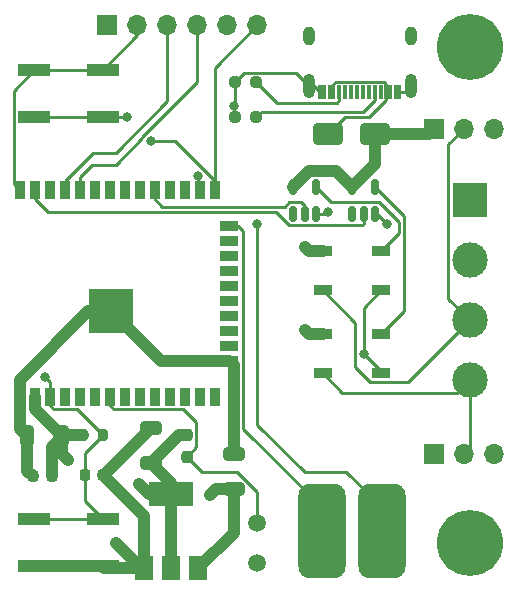
<source format=gtl>
G04 #@! TF.GenerationSoftware,KiCad,Pcbnew,7.0.8-7.0.8~ubuntu22.04.1*
G04 #@! TF.CreationDate,2023-11-04T16:43:40+00:00*
G04 #@! TF.ProjectId,kicad_dual_neopixel_driver,6b696361-645f-4647-9561-6c5f6e656f70,rev?*
G04 #@! TF.SameCoordinates,Original*
G04 #@! TF.FileFunction,Copper,L1,Top*
G04 #@! TF.FilePolarity,Positive*
%FSLAX46Y46*%
G04 Gerber Fmt 4.6, Leading zero omitted, Abs format (unit mm)*
G04 Created by KiCad (PCBNEW 7.0.8-7.0.8~ubuntu22.04.1) date 2023-11-04 16:43:40*
%MOMM*%
%LPD*%
G01*
G04 APERTURE LIST*
G04 Aperture macros list*
%AMRoundRect*
0 Rectangle with rounded corners*
0 $1 Rounding radius*
0 $2 $3 $4 $5 $6 $7 $8 $9 X,Y pos of 4 corners*
0 Add a 4 corners polygon primitive as box body*
4,1,4,$2,$3,$4,$5,$6,$7,$8,$9,$2,$3,0*
0 Add four circle primitives for the rounded corners*
1,1,$1+$1,$2,$3*
1,1,$1+$1,$4,$5*
1,1,$1+$1,$6,$7*
1,1,$1+$1,$8,$9*
0 Add four rect primitives between the rounded corners*
20,1,$1+$1,$2,$3,$4,$5,0*
20,1,$1+$1,$4,$5,$6,$7,0*
20,1,$1+$1,$6,$7,$8,$9,0*
20,1,$1+$1,$8,$9,$2,$3,0*%
G04 Aperture macros list end*
G04 #@! TA.AperFunction,SMDPad,CuDef*
%ADD10RoundRect,0.237500X0.250000X0.237500X-0.250000X0.237500X-0.250000X-0.237500X0.250000X-0.237500X0*%
G04 #@! TD*
G04 #@! TA.AperFunction,SMDPad,CuDef*
%ADD11RoundRect,0.237500X-0.237500X0.250000X-0.237500X-0.250000X0.237500X-0.250000X0.237500X0.250000X0*%
G04 #@! TD*
G04 #@! TA.AperFunction,SMDPad,CuDef*
%ADD12R,1.500000X2.000000*%
G04 #@! TD*
G04 #@! TA.AperFunction,SMDPad,CuDef*
%ADD13R,3.800000X2.000000*%
G04 #@! TD*
G04 #@! TA.AperFunction,ComponentPad*
%ADD14R,1.700000X1.700000*%
G04 #@! TD*
G04 #@! TA.AperFunction,ComponentPad*
%ADD15O,1.700000X1.700000*%
G04 #@! TD*
G04 #@! TA.AperFunction,SMDPad,CuDef*
%ADD16R,0.900000X1.500000*%
G04 #@! TD*
G04 #@! TA.AperFunction,SMDPad,CuDef*
%ADD17R,1.500000X0.900000*%
G04 #@! TD*
G04 #@! TA.AperFunction,SMDPad,CuDef*
%ADD18R,0.900000X0.900000*%
G04 #@! TD*
G04 #@! TA.AperFunction,HeatsinkPad*
%ADD19C,0.600000*%
G04 #@! TD*
G04 #@! TA.AperFunction,SMDPad,CuDef*
%ADD20R,3.800000X3.800000*%
G04 #@! TD*
G04 #@! TA.AperFunction,SMDPad,CuDef*
%ADD21R,2.800000X1.000000*%
G04 #@! TD*
G04 #@! TA.AperFunction,ComponentPad*
%ADD22C,1.500000*%
G04 #@! TD*
G04 #@! TA.AperFunction,SMDPad,CuDef*
%ADD23R,0.300000X1.150000*%
G04 #@! TD*
G04 #@! TA.AperFunction,ComponentPad*
%ADD24O,1.000000X2.100000*%
G04 #@! TD*
G04 #@! TA.AperFunction,ComponentPad*
%ADD25O,1.000000X1.600000*%
G04 #@! TD*
G04 #@! TA.AperFunction,ComponentPad*
%ADD26C,5.600000*%
G04 #@! TD*
G04 #@! TA.AperFunction,SMDPad,CuDef*
%ADD27RoundRect,0.250000X0.650000X-0.325000X0.650000X0.325000X-0.650000X0.325000X-0.650000X-0.325000X0*%
G04 #@! TD*
G04 #@! TA.AperFunction,SMDPad,CuDef*
%ADD28RoundRect,0.225000X-0.225000X-0.250000X0.225000X-0.250000X0.225000X0.250000X-0.225000X0.250000X0*%
G04 #@! TD*
G04 #@! TA.AperFunction,ComponentPad*
%ADD29R,3.000000X3.000000*%
G04 #@! TD*
G04 #@! TA.AperFunction,ComponentPad*
%ADD30C,3.000000*%
G04 #@! TD*
G04 #@! TA.AperFunction,ComponentPad*
%ADD31RoundRect,1.000000X-1.000000X-3.000000X1.000000X-3.000000X1.000000X3.000000X-1.000000X3.000000X0*%
G04 #@! TD*
G04 #@! TA.AperFunction,SMDPad,CuDef*
%ADD32RoundRect,0.250000X1.000000X0.650000X-1.000000X0.650000X-1.000000X-0.650000X1.000000X-0.650000X0*%
G04 #@! TD*
G04 #@! TA.AperFunction,SMDPad,CuDef*
%ADD33RoundRect,0.200000X0.200000X0.275000X-0.200000X0.275000X-0.200000X-0.275000X0.200000X-0.275000X0*%
G04 #@! TD*
G04 #@! TA.AperFunction,SMDPad,CuDef*
%ADD34RoundRect,0.150000X0.150000X-0.512500X0.150000X0.512500X-0.150000X0.512500X-0.150000X-0.512500X0*%
G04 #@! TD*
G04 #@! TA.AperFunction,SMDPad,CuDef*
%ADD35RoundRect,0.225000X0.225000X0.250000X-0.225000X0.250000X-0.225000X-0.250000X0.225000X-0.250000X0*%
G04 #@! TD*
G04 #@! TA.AperFunction,SMDPad,CuDef*
%ADD36RoundRect,0.250000X0.325000X0.650000X-0.325000X0.650000X-0.325000X-0.650000X0.325000X-0.650000X0*%
G04 #@! TD*
G04 #@! TA.AperFunction,ViaPad*
%ADD37C,0.800000*%
G04 #@! TD*
G04 #@! TA.AperFunction,Conductor*
%ADD38C,1.000000*%
G04 #@! TD*
G04 #@! TA.AperFunction,Conductor*
%ADD39C,0.250000*%
G04 #@! TD*
G04 APERTURE END LIST*
D10*
G04 #@! TO.P,R1,1*
G04 #@! TO.N,Net-(J5-CC2)*
X156912500Y-97000000D03*
G04 #@! TO.P,R1,2*
G04 #@! TO.N,GND*
X155087500Y-97000000D03*
G04 #@! TD*
D11*
G04 #@! TO.P,R3,1*
G04 #@! TO.N,+3V3*
X151000000Y-126887500D03*
G04 #@! TO.P,R3,2*
G04 #@! TO.N,LIGHT*
X151000000Y-128712500D03*
G04 #@! TD*
D12*
G04 #@! TO.P,U1,1,GND*
G04 #@! TO.N,GND*
X147400000Y-138150000D03*
G04 #@! TO.P,U1,2,VO*
G04 #@! TO.N,+3V3*
X149700000Y-138150000D03*
D13*
X149700000Y-131850000D03*
D12*
G04 #@! TO.P,U1,3,VI*
G04 #@! TO.N,+5V*
X152000000Y-138150000D03*
G04 #@! TD*
D14*
G04 #@! TO.P,J4,1,Pin_1*
G04 #@! TO.N,+5V*
X171920000Y-128524000D03*
D15*
G04 #@! TO.P,J4,2,Pin_2*
G04 #@! TO.N,Net-(D3-DOUT)*
X174460000Y-128524000D03*
G04 #@! TO.P,J4,3,Pin_3*
G04 #@! TO.N,GND*
X177000000Y-128524000D03*
G04 #@! TD*
D16*
G04 #@! TO.P,U4,1,GND*
G04 #@! TO.N,GND*
X136880000Y-123650000D03*
G04 #@! TO.P,U4,2,VDD*
G04 #@! TO.N,+3V3*
X138150000Y-123650000D03*
G04 #@! TO.P,U4,3,EN*
G04 #@! TO.N,RESET*
X139420000Y-123650000D03*
G04 #@! TO.P,U4,4,SENSOR_VP*
G04 #@! TO.N,unconnected-(U4-SENSOR_VP-Pad4)*
X140690000Y-123650000D03*
G04 #@! TO.P,U4,5,SENSOR_VN*
G04 #@! TO.N,unconnected-(U4-SENSOR_VN-Pad5)*
X141960000Y-123650000D03*
G04 #@! TO.P,U4,6,IO34*
G04 #@! TO.N,unconnected-(U4-IO34-Pad6)*
X143230000Y-123650000D03*
G04 #@! TO.P,U4,7,IO35*
G04 #@! TO.N,LIGHT*
X144500000Y-123650000D03*
G04 #@! TO.P,U4,8,IO32*
G04 #@! TO.N,unconnected-(U4-IO32-Pad8)*
X145770000Y-123650000D03*
G04 #@! TO.P,U4,9,IO33*
G04 #@! TO.N,unconnected-(U4-IO33-Pad9)*
X147040000Y-123650000D03*
G04 #@! TO.P,U4,10,IO25*
G04 #@! TO.N,unconnected-(U4-IO25-Pad10)*
X148310000Y-123650000D03*
G04 #@! TO.P,U4,11,IO26*
G04 #@! TO.N,unconnected-(U4-IO26-Pad11)*
X149580000Y-123650000D03*
G04 #@! TO.P,U4,12,IO27*
G04 #@! TO.N,unconnected-(U4-IO27-Pad12)*
X150850000Y-123650000D03*
G04 #@! TO.P,U4,13,IO14*
G04 #@! TO.N,unconnected-(U4-IO14-Pad13)*
X152120000Y-123650000D03*
G04 #@! TO.P,U4,14,IO12*
G04 #@! TO.N,unconnected-(U4-IO12-Pad14)*
X153390000Y-123650000D03*
D17*
G04 #@! TO.P,U4,15,GND*
G04 #@! TO.N,GND*
X154640000Y-120610000D03*
G04 #@! TO.P,U4,16,IO13*
G04 #@! TO.N,unconnected-(U4-IO13-Pad16)*
X154640000Y-119340000D03*
G04 #@! TO.P,U4,17,SHD/SD2*
G04 #@! TO.N,unconnected-(U4-SHD{slash}SD2-Pad17)*
X154640000Y-118070000D03*
G04 #@! TO.P,U4,18,SWP/SD3*
G04 #@! TO.N,unconnected-(U4-SWP{slash}SD3-Pad18)*
X154640000Y-116800000D03*
G04 #@! TO.P,U4,19,SCS/CMD*
G04 #@! TO.N,unconnected-(U4-SCS{slash}CMD-Pad19)*
X154640000Y-115530000D03*
G04 #@! TO.P,U4,20,SCK/CLK*
G04 #@! TO.N,unconnected-(U4-SCK{slash}CLK-Pad20)*
X154640000Y-114260000D03*
G04 #@! TO.P,U4,21,SDO/SD0*
G04 #@! TO.N,unconnected-(U4-SDO{slash}SD0-Pad21)*
X154640000Y-112990000D03*
G04 #@! TO.P,U4,22,SDI/SD1*
G04 #@! TO.N,unconnected-(U4-SDI{slash}SD1-Pad22)*
X154640000Y-111720000D03*
G04 #@! TO.P,U4,23,IO15*
G04 #@! TO.N,unconnected-(U4-IO15-Pad23)*
X154640000Y-110450000D03*
G04 #@! TO.P,U4,24,IO2*
G04 #@! TO.N,TOUCH1*
X154640000Y-109180000D03*
D16*
G04 #@! TO.P,U4,25,IO0*
G04 #@! TO.N,BOOT*
X153390000Y-106150000D03*
G04 #@! TO.P,U4,26,IO4*
G04 #@! TO.N,TOUCH2*
X152120000Y-106150000D03*
G04 #@! TO.P,U4,27,IO16*
G04 #@! TO.N,unconnected-(U4-IO16-Pad27)*
X150850000Y-106150000D03*
G04 #@! TO.P,U4,28,IO17*
G04 #@! TO.N,unconnected-(U4-IO17-Pad28)*
X149580000Y-106150000D03*
G04 #@! TO.P,U4,29,IO5*
G04 #@! TO.N,NPX1*
X148310000Y-106150000D03*
G04 #@! TO.P,U4,30,IO18*
G04 #@! TO.N,unconnected-(U4-IO18-Pad30)*
X147040000Y-106150000D03*
G04 #@! TO.P,U4,31,IO19*
G04 #@! TO.N,unconnected-(U4-IO19-Pad31)*
X145770000Y-106150000D03*
G04 #@! TO.P,U4,32,NC*
G04 #@! TO.N,unconnected-(U4-NC-Pad32)*
X144500000Y-106150000D03*
G04 #@! TO.P,U4,33,IO21*
G04 #@! TO.N,unconnected-(U4-IO21-Pad33)*
X143230000Y-106150000D03*
G04 #@! TO.P,U4,34,RXD0/IO3*
G04 #@! TO.N,RXDI_PROG*
X141960000Y-106150000D03*
G04 #@! TO.P,U4,35,TXD0/IO1*
G04 #@! TO.N,TXDO_PROG*
X140690000Y-106150000D03*
G04 #@! TO.P,U4,36,IO22*
G04 #@! TO.N,unconnected-(U4-IO22-Pad36)*
X139420000Y-106150000D03*
G04 #@! TO.P,U4,37,IO23*
G04 #@! TO.N,NPX2*
X138150000Y-106150000D03*
G04 #@! TO.P,U4,38,GND*
G04 #@! TO.N,GND*
X136880000Y-106150000D03*
D18*
G04 #@! TO.P,U4,39,GND*
X143200000Y-117800000D03*
D19*
X143900000Y-117800000D03*
D18*
X144600000Y-117800000D03*
D19*
X145300000Y-117800000D03*
D18*
X146000000Y-117800000D03*
D19*
X143200000Y-117100000D03*
X144600000Y-117100000D03*
X146000000Y-117100000D03*
X143900000Y-116425000D03*
X145300000Y-116425000D03*
D18*
X143200000Y-116400000D03*
X144600000Y-116400000D03*
D20*
X144600000Y-116400000D03*
D18*
X146000000Y-116400000D03*
D19*
X143200000Y-115700000D03*
X144600000Y-115700000D03*
X146000000Y-115700000D03*
D18*
X143200000Y-115000000D03*
D19*
X143900000Y-115000000D03*
D18*
X144600000Y-115000000D03*
D19*
X145300000Y-115000000D03*
D18*
X146000000Y-115000000D03*
G04 #@! TD*
D10*
G04 #@! TO.P,R2,1*
G04 #@! TO.N,Net-(J5-CC1)*
X156912500Y-100000000D03*
G04 #@! TO.P,R2,2*
G04 #@! TO.N,GND*
X155087500Y-100000000D03*
G04 #@! TD*
D21*
G04 #@! TO.P,SW2,1,1*
G04 #@! TO.N,GND*
X138100000Y-96000000D03*
X143900000Y-96000000D03*
G04 #@! TO.P,SW2,2,2*
G04 #@! TO.N,BOOT*
X138100000Y-100000000D03*
X143900000Y-100000000D03*
G04 #@! TD*
D22*
G04 #@! TO.P,R4,1*
G04 #@! TO.N,LIGHT*
X157000000Y-134300000D03*
G04 #@! TO.P,R4,2*
G04 #@! TO.N,GND*
X157000000Y-137700000D03*
G04 #@! TD*
D14*
G04 #@! TO.P,J6,1,Pin_1*
G04 #@! TO.N,+3V3*
X144300000Y-92200000D03*
D15*
G04 #@! TO.P,J6,2,Pin_2*
G04 #@! TO.N,GND*
X146840000Y-92200000D03*
G04 #@! TO.P,J6,3,Pin_3*
G04 #@! TO.N,TXDO_PROG*
X149380000Y-92200000D03*
G04 #@! TO.P,J6,4,Pin_4*
G04 #@! TO.N,RXDI_PROG*
X151920000Y-92200000D03*
G04 #@! TO.P,J6,5,Pin_5*
G04 #@! TO.N,RESET*
X154460000Y-92200000D03*
G04 #@! TO.P,J6,6,Pin_6*
G04 #@! TO.N,BOOT*
X157000000Y-92200000D03*
G04 #@! TD*
D23*
G04 #@! TO.P,J5,A1,GND*
G04 #@! TO.N,GND*
X169030000Y-97870000D03*
G04 #@! TO.P,J5,A4,VBUS*
G04 #@! TO.N,Net-(D2-A)*
X168230000Y-97870000D03*
G04 #@! TO.P,J5,A5,CC1*
G04 #@! TO.N,Net-(J5-CC1)*
X166930000Y-97870000D03*
G04 #@! TO.P,J5,A6,D+*
G04 #@! TO.N,unconnected-(J5-D+-PadA6)*
X165930000Y-97870000D03*
G04 #@! TO.P,J5,A7,D-*
G04 #@! TO.N,unconnected-(J5-D--PadA7)*
X165430000Y-97870000D03*
G04 #@! TO.P,J5,A8,SBU1*
G04 #@! TO.N,unconnected-(J5-SBU1-PadA8)*
X164430000Y-97870000D03*
G04 #@! TO.P,J5,A9,VBUS*
G04 #@! TO.N,Net-(D2-A)*
X163130000Y-97870000D03*
G04 #@! TO.P,J5,A12,GND*
G04 #@! TO.N,GND*
X162330000Y-97870000D03*
G04 #@! TO.P,J5,B1,GND*
X162630000Y-97870000D03*
G04 #@! TO.P,J5,B4,VBUS*
G04 #@! TO.N,Net-(D2-A)*
X163430000Y-97870000D03*
G04 #@! TO.P,J5,B5,CC2*
G04 #@! TO.N,Net-(J5-CC2)*
X163930000Y-97870000D03*
G04 #@! TO.P,J5,B6,D+*
G04 #@! TO.N,unconnected-(J5-D+-PadB6)*
X164930000Y-97870000D03*
G04 #@! TO.P,J5,B7,D-*
G04 #@! TO.N,unconnected-(J5-D--PadB7)*
X166430000Y-97870000D03*
G04 #@! TO.P,J5,B8,SBU2*
G04 #@! TO.N,unconnected-(J5-SBU2-PadB8)*
X167430000Y-97870000D03*
G04 #@! TO.P,J5,B9,VBUS*
G04 #@! TO.N,Net-(D2-A)*
X167930000Y-97870000D03*
G04 #@! TO.P,J5,B12,GND*
G04 #@! TO.N,GND*
X168730000Y-97870000D03*
D24*
G04 #@! TO.P,J5,S1,SHIELD*
X170000000Y-97305000D03*
D25*
X170000000Y-93125000D03*
D24*
X161360000Y-97305000D03*
D25*
X161360000Y-93125000D03*
G04 #@! TD*
D26*
G04 #@! TO.P,REF\u002A\u002A,1*
G04 #@! TO.N,N/C*
X175000000Y-94000000D03*
G04 #@! TD*
D27*
G04 #@! TO.P,C1,1*
G04 #@! TO.N,+5V*
X155000000Y-131475000D03*
G04 #@! TO.P,C1,2*
G04 #@! TO.N,GND*
X155000000Y-128525000D03*
G04 #@! TD*
D28*
G04 #@! TO.P,C5,1*
G04 #@! TO.N,RESET*
X142400000Y-130300000D03*
G04 #@! TO.P,C5,2*
G04 #@! TO.N,GND*
X143950000Y-130300000D03*
G04 #@! TD*
D26*
G04 #@! TO.P,REF\u002A\u002A,1*
G04 #@! TO.N,N/C*
X175000000Y-136000000D03*
G04 #@! TD*
D29*
G04 #@! TO.P,J3,1,Pin_1*
G04 #@! TO.N,+5V*
X175000000Y-107000000D03*
D30*
G04 #@! TO.P,J3,2,Pin_2*
G04 #@! TO.N,GND*
X175000000Y-112080000D03*
G04 #@! TO.P,J3,3,Pin_3*
G04 #@! TO.N,Net-(D1-DOUT)*
X175000000Y-117160000D03*
G04 #@! TO.P,J3,4,Pin_4*
G04 #@! TO.N,Net-(D3-DOUT)*
X175000000Y-122240000D03*
G04 #@! TD*
D31*
G04 #@! TO.P,J1,1,Pin_1*
G04 #@! TO.N,TOUCH1*
X162460000Y-135000000D03*
G04 #@! TO.P,J1,2,Pin_2*
G04 #@! TO.N,TOUCH2*
X167540000Y-135000000D03*
G04 #@! TD*
D32*
G04 #@! TO.P,D2,1,K*
G04 #@! TO.N,+5V*
X167000000Y-101400000D03*
G04 #@! TO.P,D2,2,A*
G04 #@! TO.N,Net-(D2-A)*
X163000000Y-101400000D03*
G04 #@! TD*
D17*
G04 #@! TO.P,D1,1,VDD*
G04 #@! TO.N,+5V*
X162550000Y-111350000D03*
G04 #@! TO.P,D1,2,DOUT*
G04 #@! TO.N,Net-(D1-DOUT)*
X162550000Y-114650000D03*
G04 #@! TO.P,D1,3,VSS*
G04 #@! TO.N,GND*
X167450000Y-114650000D03*
G04 #@! TO.P,D1,4,DIN*
G04 #@! TO.N,Net-(D1-DIN)*
X167450000Y-111350000D03*
G04 #@! TD*
D14*
G04 #@! TO.P,J2,1,Pin_1*
G04 #@! TO.N,+5V*
X171920000Y-101000000D03*
D15*
G04 #@! TO.P,J2,2,Pin_2*
G04 #@! TO.N,Net-(D1-DOUT)*
X174460000Y-101000000D03*
G04 #@! TO.P,J2,3,Pin_3*
G04 #@! TO.N,GND*
X177000000Y-101000000D03*
G04 #@! TD*
D33*
G04 #@! TO.P,R5,1*
G04 #@! TO.N,RESET*
X143900000Y-126900000D03*
G04 #@! TO.P,R5,2*
G04 #@! TO.N,+3V3*
X142250000Y-126900000D03*
G04 #@! TD*
D34*
G04 #@! TO.P,U3,1,NC*
G04 #@! TO.N,unconnected-(U3-NC-Pad1)*
X165050000Y-108137500D03*
G04 #@! TO.P,U3,2,A*
G04 #@! TO.N,NPX2*
X166000000Y-108137500D03*
G04 #@! TO.P,U3,3,GND*
G04 #@! TO.N,GND*
X166950000Y-108137500D03*
G04 #@! TO.P,U3,4,Y*
G04 #@! TO.N,Net-(D3-DIN)*
X166950000Y-105862500D03*
G04 #@! TO.P,U3,5,VCC*
G04 #@! TO.N,+5V*
X165050000Y-105862500D03*
G04 #@! TD*
D27*
G04 #@! TO.P,C2,1*
G04 #@! TO.N,+3V3*
X148000000Y-129275000D03*
G04 #@! TO.P,C2,2*
G04 #@! TO.N,GND*
X148000000Y-126325000D03*
G04 #@! TD*
D34*
G04 #@! TO.P,U2,1,NC*
G04 #@! TO.N,unconnected-(U2-NC-Pad1)*
X160050000Y-108137500D03*
G04 #@! TO.P,U2,2,A*
G04 #@! TO.N,NPX1*
X161000000Y-108137500D03*
G04 #@! TO.P,U2,3,GND*
G04 #@! TO.N,GND*
X161950000Y-108137500D03*
G04 #@! TO.P,U2,4,Y*
G04 #@! TO.N,Net-(D1-DIN)*
X161950000Y-105862500D03*
G04 #@! TO.P,U2,5,VCC*
G04 #@! TO.N,+5V*
X160050000Y-105862500D03*
G04 #@! TD*
D17*
G04 #@! TO.P,D3,1,VDD*
G04 #@! TO.N,+5V*
X162550000Y-118350000D03*
G04 #@! TO.P,D3,2,DOUT*
G04 #@! TO.N,Net-(D3-DOUT)*
X162550000Y-121650000D03*
G04 #@! TO.P,D3,3,VSS*
G04 #@! TO.N,GND*
X167450000Y-121650000D03*
G04 #@! TO.P,D3,4,DIN*
G04 #@! TO.N,Net-(D3-DIN)*
X167450000Y-118350000D03*
G04 #@! TD*
D35*
G04 #@! TO.P,C4,1*
G04 #@! TO.N,+3V3*
X139575000Y-130400000D03*
G04 #@! TO.P,C4,2*
G04 #@! TO.N,GND*
X138025000Y-130400000D03*
G04 #@! TD*
D21*
G04 #@! TO.P,SW1,1,1*
G04 #@! TO.N,GND*
X143900000Y-138000000D03*
X138100000Y-138000000D03*
G04 #@! TO.P,SW1,2,2*
G04 #@! TO.N,RESET*
X143900000Y-134000000D03*
X138100000Y-134000000D03*
G04 #@! TD*
D36*
G04 #@! TO.P,C3,1*
G04 #@! TO.N,+3V3*
X140475000Y-127000000D03*
G04 #@! TO.P,C3,2*
G04 #@! TO.N,GND*
X137525000Y-127000000D03*
G04 #@! TD*
D37*
G04 #@! TO.N,+5V*
X161000000Y-111000000D03*
X153000000Y-132000000D03*
X161000000Y-118000000D03*
G04 #@! TO.N,GND*
X145000000Y-136000000D03*
X168000000Y-109000000D03*
X163000000Y-108000000D03*
X155000000Y-99000000D03*
X166000000Y-120000000D03*
G04 #@! TO.N,+3V3*
X147000000Y-131000000D03*
X141000000Y-129000000D03*
G04 #@! TO.N,RESET*
X139000000Y-122000000D03*
G04 #@! TO.N,TOUCH2*
X157000000Y-109000000D03*
X152000000Y-105000000D03*
G04 #@! TO.N,BOOT*
X147987347Y-101987347D03*
X146000000Y-100000000D03*
G04 #@! TD*
D38*
G04 #@! TO.N,+5V*
X161412500Y-104500000D02*
X160050000Y-105862500D01*
X167000000Y-101400000D02*
X167000000Y-103912500D01*
X167000000Y-103912500D02*
X165050000Y-105862500D01*
X155000000Y-131475000D02*
X153525000Y-131475000D01*
X161350000Y-111350000D02*
X161000000Y-111000000D01*
X167000000Y-101400000D02*
X171520000Y-101400000D01*
X155000000Y-135150000D02*
X152000000Y-138150000D01*
X153525000Y-131475000D02*
X153000000Y-132000000D01*
X161350000Y-118350000D02*
X161000000Y-118000000D01*
X165050000Y-105862500D02*
X163687500Y-104500000D01*
X155000000Y-131475000D02*
X155000000Y-135150000D01*
X162550000Y-118350000D02*
X161350000Y-118350000D01*
X163687500Y-104500000D02*
X161412500Y-104500000D01*
X171520000Y-101400000D02*
X171920000Y-101000000D01*
X162550000Y-111350000D02*
X161350000Y-111350000D01*
D39*
G04 #@! TO.N,GND*
X162862500Y-108137500D02*
X163000000Y-108000000D01*
D38*
X136880000Y-126355000D02*
X137525000Y-127000000D01*
X144050000Y-138150000D02*
X143900000Y-138000000D01*
X136880000Y-123650000D02*
X136880000Y-126355000D01*
D39*
X146840000Y-93060000D02*
X146840000Y-92200000D01*
X161360000Y-97305000D02*
X160255000Y-96200000D01*
D38*
X155000000Y-128525000D02*
X155000000Y-120970000D01*
X147400000Y-133750000D02*
X143950000Y-130300000D01*
D39*
X167450000Y-114650000D02*
X166000000Y-116100000D01*
X166000000Y-116100000D02*
X166000000Y-120000000D01*
X161360000Y-97305000D02*
X161765000Y-97305000D01*
X166950000Y-108137500D02*
X167137500Y-108137500D01*
D38*
X143900000Y-138000000D02*
X138100000Y-138000000D01*
D39*
X155000000Y-99000000D02*
X155000000Y-99912500D01*
X143900000Y-96000000D02*
X146840000Y-93060000D01*
D38*
X144600000Y-116400000D02*
X142700000Y-116400000D01*
X147150000Y-138150000D02*
X145000000Y-136000000D01*
D39*
X138100000Y-96000000D02*
X143900000Y-96000000D01*
X168730000Y-97870000D02*
X169030000Y-97870000D01*
D38*
X144025000Y-130300000D02*
X148000000Y-126325000D01*
X142700000Y-116400000D02*
X136880000Y-122220000D01*
D39*
X167137500Y-108137500D02*
X168000000Y-109000000D01*
X155000000Y-99912500D02*
X155087500Y-100000000D01*
X155087500Y-98912500D02*
X155000000Y-99000000D01*
D38*
X154640000Y-120610000D02*
X148810000Y-120610000D01*
D39*
X136375000Y-105645000D02*
X136880000Y-106150000D01*
D38*
X148810000Y-120610000D02*
X144600000Y-116400000D01*
X147400000Y-138150000D02*
X147400000Y-133750000D01*
X147400000Y-138150000D02*
X144050000Y-138150000D01*
X147400000Y-138150000D02*
X147150000Y-138150000D01*
D39*
X155887500Y-96200000D02*
X155087500Y-97000000D01*
X155087500Y-97000000D02*
X155087500Y-98912500D01*
X167450000Y-121450000D02*
X166000000Y-120000000D01*
D38*
X137525000Y-129900000D02*
X138025000Y-130400000D01*
X143950000Y-130300000D02*
X144025000Y-130300000D01*
D39*
X160255000Y-96200000D02*
X155887500Y-96200000D01*
X161950000Y-108137500D02*
X162862500Y-108137500D01*
X136375000Y-97725000D02*
X136375000Y-105645000D01*
X167450000Y-121650000D02*
X167450000Y-121450000D01*
X169435000Y-97870000D02*
X170000000Y-97305000D01*
X138100000Y-96000000D02*
X136375000Y-97725000D01*
X161765000Y-97305000D02*
X162330000Y-97870000D01*
X162630000Y-97870000D02*
X162330000Y-97870000D01*
D38*
X155000000Y-120970000D02*
X154640000Y-120610000D01*
X136880000Y-122220000D02*
X136880000Y-123650000D01*
X137525000Y-127000000D02*
X137525000Y-129900000D01*
D39*
X169030000Y-97870000D02*
X169435000Y-97870000D01*
D38*
G04 #@! TO.N,+3V3*
X149700000Y-130975000D02*
X148000000Y-129275000D01*
X139575000Y-127900000D02*
X140475000Y-127000000D01*
X138150000Y-124675000D02*
X138150000Y-123650000D01*
X140575000Y-126900000D02*
X140475000Y-127000000D01*
X140475000Y-128475000D02*
X141000000Y-129000000D01*
X150387500Y-126887500D02*
X148000000Y-129275000D01*
X140475000Y-127000000D02*
X140475000Y-128475000D01*
X147850000Y-131850000D02*
X147000000Y-131000000D01*
X149700000Y-131850000D02*
X149700000Y-138150000D01*
X139575000Y-130400000D02*
X139575000Y-127900000D01*
X149700000Y-131850000D02*
X149700000Y-130975000D01*
X140475000Y-127000000D02*
X138150000Y-124675000D01*
X142250000Y-126900000D02*
X140575000Y-126900000D01*
X149700000Y-131850000D02*
X147850000Y-131850000D01*
X151000000Y-126887500D02*
X150387500Y-126887500D01*
D39*
G04 #@! TO.N,RESET*
X139420000Y-122420000D02*
X139000000Y-122000000D01*
X142400000Y-132500000D02*
X142400000Y-130300000D01*
X142400000Y-128400000D02*
X143900000Y-126900000D01*
X138100000Y-134000000D02*
X143900000Y-134000000D01*
X139420000Y-124400000D02*
X139420000Y-123650000D01*
X139420000Y-123650000D02*
X139420000Y-122420000D01*
X143900000Y-134000000D02*
X142400000Y-132500000D01*
X142400000Y-130300000D02*
X142400000Y-128400000D01*
X141725000Y-124725000D02*
X139745000Y-124725000D01*
X139745000Y-124725000D02*
X139420000Y-124400000D01*
X143900000Y-126900000D02*
X141725000Y-124725000D01*
G04 #@! TO.N,Net-(D1-DOUT)*
X165275000Y-121134620D02*
X166565380Y-122425000D01*
X169735000Y-122425000D02*
X175000000Y-117160000D01*
X162550000Y-114650000D02*
X165275000Y-117375000D01*
X166565380Y-122425000D02*
X169735000Y-122425000D01*
X165275000Y-117375000D02*
X165275000Y-121134620D01*
X173175000Y-115335000D02*
X173175000Y-102285000D01*
X173175000Y-102285000D02*
X174460000Y-101000000D01*
X175000000Y-117160000D02*
X173175000Y-115335000D01*
G04 #@! TO.N,NPX1*
X159703248Y-107150000D02*
X160675000Y-107150000D01*
X148310000Y-106150000D02*
X148310000Y-106900000D01*
X159303248Y-107550000D02*
X159703248Y-107150000D01*
X148960000Y-107550000D02*
X159303248Y-107550000D01*
X161000000Y-107475000D02*
X161000000Y-108137500D01*
X148310000Y-106900000D02*
X148960000Y-107550000D01*
X160675000Y-107150000D02*
X161000000Y-107475000D01*
G04 #@! TO.N,Net-(D2-A)*
X167930000Y-97870000D02*
X167930000Y-97154949D01*
X166484620Y-100000000D02*
X164400000Y-100000000D01*
X167930000Y-97154949D02*
X167745051Y-96970000D01*
X167930000Y-98554620D02*
X166484620Y-100000000D01*
X163430000Y-97185380D02*
X163430000Y-97870000D01*
X164400000Y-100000000D02*
X163000000Y-101400000D01*
X163645380Y-96970000D02*
X163430000Y-97185380D01*
X167930000Y-97870000D02*
X167930000Y-98554620D01*
X167745051Y-96970000D02*
X163645380Y-96970000D01*
G04 #@! TO.N,Net-(D3-DOUT)*
X175000000Y-128460000D02*
X174460000Y-129000000D01*
X175000000Y-127984000D02*
X174460000Y-128524000D01*
X173942059Y-123297941D02*
X175000000Y-122240000D01*
X162550000Y-121650000D02*
X164197941Y-123297941D01*
X164197941Y-123297941D02*
X173942059Y-123297941D01*
X175000000Y-122240000D02*
X175000000Y-127984000D01*
G04 #@! TO.N,NPX2*
X138150000Y-106150000D02*
X138150000Y-106900000D01*
X158578248Y-108000000D02*
X159703248Y-109125000D01*
X159703248Y-109125000D02*
X165875000Y-109125000D01*
X165875000Y-109125000D02*
X166000000Y-109000000D01*
X138150000Y-106900000D02*
X139250000Y-108000000D01*
X139250000Y-108000000D02*
X158578248Y-108000000D01*
X166000000Y-109000000D02*
X166000000Y-108137500D01*
G04 #@! TO.N,TOUCH1*
X155390000Y-109180000D02*
X154640000Y-109180000D01*
X155825000Y-109615000D02*
X155390000Y-109180000D01*
X155825000Y-126365000D02*
X155825000Y-109615000D01*
X162460000Y-133000000D02*
X155825000Y-126365000D01*
G04 #@! TO.N,TOUCH2*
X152000000Y-105000000D02*
X152000000Y-106030000D01*
X164540000Y-130000000D02*
X162000000Y-130000000D01*
X152000000Y-106030000D02*
X152120000Y-106150000D01*
X157000000Y-126000000D02*
X157000000Y-109000000D01*
X162000000Y-130000000D02*
X161000000Y-130000000D01*
X167540000Y-133000000D02*
X164540000Y-130000000D01*
X161000000Y-130000000D02*
X157000000Y-126000000D01*
G04 #@! TO.N,TXDO_PROG*
X140690000Y-106150000D02*
X140690000Y-105400000D01*
X145000000Y-103000000D02*
X149380000Y-98620000D01*
X149380000Y-98620000D02*
X149380000Y-92200000D01*
X143090000Y-103000000D02*
X145000000Y-103000000D01*
X140690000Y-105400000D02*
X143090000Y-103000000D01*
G04 #@! TO.N,RXDI_PROG*
X145000000Y-104000000D02*
X143000000Y-104000000D01*
X151920000Y-97029389D02*
X147262347Y-101687042D01*
X147262347Y-101687042D02*
X147262347Y-101737653D01*
X147262347Y-101737653D02*
X145000000Y-104000000D01*
X141960000Y-105040000D02*
X141960000Y-106150000D01*
X143000000Y-104000000D02*
X141960000Y-105040000D01*
X151920000Y-92200000D02*
X151920000Y-97029389D01*
G04 #@! TO.N,BOOT*
X150012652Y-101987347D02*
X147987347Y-101987347D01*
X143900000Y-100000000D02*
X146000000Y-100000000D01*
X153390000Y-106150000D02*
X153390000Y-105364695D01*
X138100000Y-100000000D02*
X143900000Y-100000000D01*
X153390000Y-95810000D02*
X153390000Y-106150000D01*
X153390000Y-105364695D02*
X150012652Y-101987347D01*
X157000000Y-92200000D02*
X153390000Y-95810000D01*
G04 #@! TO.N,LIGHT*
X144500000Y-124400000D02*
X144500000Y-123650000D01*
X155313174Y-130000000D02*
X152287500Y-130000000D01*
X157000000Y-131686826D02*
X155313174Y-130000000D01*
X151825000Y-125825000D02*
X150725000Y-124725000D01*
X151825000Y-127887500D02*
X151825000Y-125825000D01*
X157000000Y-134300000D02*
X157000000Y-131686826D01*
X144825000Y-124725000D02*
X144500000Y-124400000D01*
X150725000Y-124725000D02*
X144825000Y-124725000D01*
X151000000Y-128712500D02*
X151825000Y-127887500D01*
X152287500Y-130000000D02*
X151000000Y-128712500D01*
G04 #@! TO.N,Net-(D1-DIN)*
X163237500Y-107150000D02*
X167296752Y-107150000D01*
X167296752Y-107150000D02*
X169000000Y-108853248D01*
X161950000Y-105862500D02*
X163237500Y-107150000D01*
X169000000Y-108853248D02*
X169000000Y-109800000D01*
X169000000Y-109800000D02*
X167450000Y-111350000D01*
G04 #@! TO.N,Net-(D3-DIN)*
X169450000Y-116350000D02*
X167450000Y-118350000D01*
X166950000Y-105862500D02*
X169450000Y-108362500D01*
X169450000Y-108362500D02*
X169450000Y-116350000D01*
G04 #@! TO.N,Net-(J5-CC1)*
X165934620Y-99550000D02*
X157362500Y-99550000D01*
X166930000Y-98554620D02*
X165934620Y-99550000D01*
X166930000Y-97870000D02*
X166930000Y-98554620D01*
X157362500Y-99550000D02*
X156912500Y-100000000D01*
G04 #@! TO.N,Net-(J5-CC2)*
X163930000Y-97870000D02*
X163930000Y-98554620D01*
X163714620Y-98770000D02*
X158682500Y-98770000D01*
X163930000Y-98554620D02*
X163714620Y-98770000D01*
X158682500Y-98770000D02*
X156912500Y-97000000D01*
G04 #@! TD*
M02*

</source>
